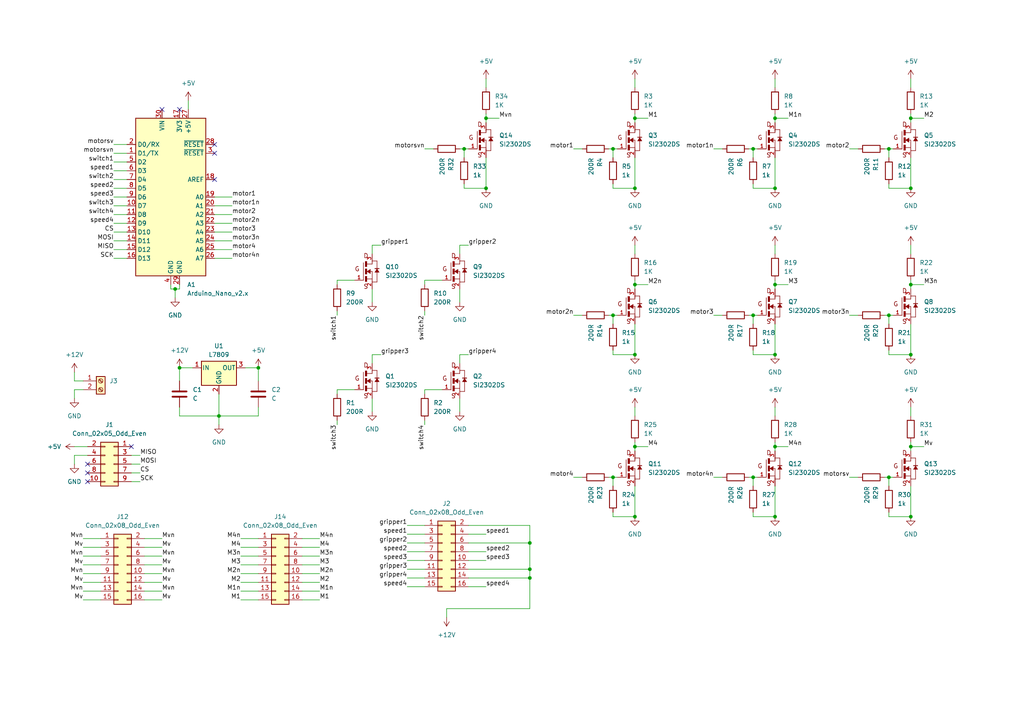
<source format=kicad_sch>
(kicad_sch (version 20230121) (generator eeschema)
  (paper "A4")
  (lib_symbols
    (symbol "Connector:Screw_Terminal_01x02" (pin_names (offset 1.016) hide)
      (property "Reference" "J" (at 0 2.54 0))
      (property "Value" "Screw_Terminal_01x02" (at 0 -5.08 0))
      (symbol "Screw_Terminal_01x02_1_1"
        (pin passive line (at -5.08 0 0) (length 3.81) (name "Pin_1") (number "1"))
        (pin passive line (at -5.08 -2.54 0) (length 3.81) (name "Pin_2") (number "2"))
      )
    )
    (symbol "Connector_Generic:Conn_02x05_Odd_Even" (pin_names (offset 1.016) hide)
      (property "Reference" "J" (at 1.27 7.62 0))
      (property "Value" "Conn_02x05_Odd_Even" (at 1.27 -7.62 0))
      (symbol "Conn_02x05_Odd_Even_1_1"
        (pin passive line (at -5.08 5.08 0) (length 3.81) (name "Pin_1") (number "1"))
        (pin passive line (at 7.62 -5.08 180) (length 3.81) (name "Pin_10") (number "10"))
        (pin passive line (at 7.62 5.08 180) (length 3.81) (name "Pin_2") (number "2"))
        (pin passive line (at -5.08 2.54 0) (length 3.81) (name "Pin_3") (number "3"))
        (pin passive line (at 7.62 2.54 180) (length 3.81) (name "Pin_4") (number "4"))
        (pin passive line (at -5.08 0 0) (length 3.81) (name "Pin_5") (number "5"))
        (pin passive line (at 7.62 0 180) (length 3.81) (name "Pin_6") (number "6"))
        (pin passive line (at -5.08 -2.54 0) (length 3.81) (name "Pin_7") (number "7"))
        (pin passive line (at 7.62 -2.54 180) (length 3.81) (name "Pin_8") (number "8"))
        (pin passive line (at -5.08 -5.08 0) (length 3.81) (name "Pin_9") (number "9"))
      )
    )
    (symbol "Connector_Generic:Conn_02x08_Odd_Even" (pin_names (offset 1.016) hide)
      (property "Reference" "J" (at 1.27 10.16 0))
      (property "Value" "Conn_02x08_Odd_Even" (at 1.27 -12.7 0))
      (symbol "Conn_02x08_Odd_Even_1_1"
        (pin passive line (at -5.08 7.62 0) (length 3.81) (name "Pin_1") (number "1"))
        (pin passive line (at 7.62 -2.54 180) (length 3.81) (name "Pin_10") (number "10"))
        (pin passive line (at -5.08 -5.08 0) (length 3.81) (name "Pin_11") (number "11"))
        (pin passive line (at 7.62 -5.08 180) (length 3.81) (name "Pin_12") (number "12"))
        (pin passive line (at -5.08 -7.62 0) (length 3.81) (name "Pin_13") (number "13"))
        (pin passive line (at 7.62 -7.62 180) (length 3.81) (name "Pin_14") (number "14"))
        (pin passive line (at -5.08 -10.16 0) (length 3.81) (name "Pin_15") (number "15"))
        (pin passive line (at 7.62 -10.16 180) (length 3.81) (name "Pin_16") (number "16"))
        (pin passive line (at 7.62 7.62 180) (length 3.81) (name "Pin_2") (number "2"))
        (pin passive line (at -5.08 5.08 0) (length 3.81) (name "Pin_3") (number "3"))
        (pin passive line (at 7.62 5.08 180) (length 3.81) (name "Pin_4") (number "4"))
        (pin passive line (at -5.08 2.54 0) (length 3.81) (name "Pin_5") (number "5"))
        (pin passive line (at 7.62 2.54 180) (length 3.81) (name "Pin_6") (number "6"))
        (pin passive line (at -5.08 0 0) (length 3.81) (name "Pin_7") (number "7"))
        (pin passive line (at 7.62 0 180) (length 3.81) (name "Pin_8") (number "8"))
        (pin passive line (at -5.08 -2.54 0) (length 3.81) (name "Pin_9") (number "9"))
      )
    )
    (symbol "Device:C" (pin_numbers hide) (pin_names (offset 0.254))
      (property "Reference" "C" (at 0.635 2.54 0))
      (property "Value" "C" (at 0.635 -2.54 0))
      (symbol "C_1_1"
        (pin passive line (at 0 3.81 270) (length 2.794) (name "~") (number "1"))
        (pin passive line (at 0 -3.81 90) (length 2.794) (name "~") (number "2"))
      )
    )
    (symbol "Device:R" (pin_numbers hide) (pin_names (offset 0))
      (property "Reference" "R" (at 2.032 0 90))
      (property "Value" "R" (at 0 0 90))
      (symbol "R_1_1"
        (pin passive line (at 0 3.81 270) (length 1.27) (name "~") (number "1"))
        (pin passive line (at 0 -3.81 90) (length 1.27) (name "~") (number "2"))
      )
    )
    (symbol "MCU_Module:Arduino_Nano_v2.x"
      (property "Reference" "A" (at -10.16 23.495 0))
      (property "Value" "Arduino_Nano_v2.x" (at 5.08 -24.13 0))
      (symbol "Arduino_Nano_v2.x_1_1"
        (pin bidirectional line (at -12.7 12.7 0) (length 2.54) (name "D1/TX") (number "1"))
        (pin bidirectional line (at -12.7 -2.54 0) (length 2.54) (name "D7") (number "10"))
        (pin bidirectional line (at -12.7 -5.08 0) (length 2.54) (name "D8") (number "11"))
        (pin bidirectional line (at -12.7 -7.62 0) (length 2.54) (name "D9") (number "12"))
        (pin bidirectional line (at -12.7 -10.16 0) (length 2.54) (name "D10") (number "13"))
        (pin bidirectional line (at -12.7 -12.7 0) (length 2.54) (name "D11") (number "14"))
        (pin bidirectional line (at -12.7 -15.24 0) (length 2.54) (name "D12") (number "15"))
        (pin bidirectional line (at -12.7 -17.78 0) (length 2.54) (name "D13") (number "16"))
        (pin power_out line (at 2.54 25.4 270) (length 2.54) (name "3V3") (number "17"))
        (pin input line (at 12.7 5.08 180) (length 2.54) (name "AREF") (number "18"))
        (pin bidirectional line (at 12.7 0 180) (length 2.54) (name "A0") (number "19"))
        (pin bidirectional line (at -12.7 15.24 0) (length 2.54) (name "D0/RX") (number "2"))
        (pin bidirectional line (at 12.7 -2.54 180) (length 2.54) (name "A1") (number "20"))
        (pin bidirectional line (at 12.7 -5.08 180) (length 2.54) (name "A2") (number "21"))
        (pin bidirectional line (at 12.7 -7.62 180) (length 2.54) (name "A3") (number "22"))
        (pin bidirectional line (at 12.7 -10.16 180) (length 2.54) (name "A4") (number "23"))
        (pin bidirectional line (at 12.7 -12.7 180) (length 2.54) (name "A5") (number "24"))
        (pin bidirectional line (at 12.7 -15.24 180) (length 2.54) (name "A6") (number "25"))
        (pin bidirectional line (at 12.7 -17.78 180) (length 2.54) (name "A7") (number "26"))
        (pin power_out line (at 5.08 25.4 270) (length 2.54) (name "+5V") (number "27"))
        (pin input line (at 12.7 15.24 180) (length 2.54) (name "~{RESET}") (number "28"))
        (pin power_in line (at 2.54 -25.4 90) (length 2.54) (name "GND") (number "29"))
        (pin input line (at 12.7 12.7 180) (length 2.54) (name "~{RESET}") (number "3"))
        (pin power_in line (at -2.54 25.4 270) (length 2.54) (name "VIN") (number "30"))
        (pin power_in line (at 0 -25.4 90) (length 2.54) (name "GND") (number "4"))
        (pin bidirectional line (at -12.7 10.16 0) (length 2.54) (name "D2") (number "5"))
        (pin bidirectional line (at -12.7 7.62 0) (length 2.54) (name "D3") (number "6"))
        (pin bidirectional line (at -12.7 5.08 0) (length 2.54) (name "D4") (number "7"))
        (pin bidirectional line (at -12.7 2.54 0) (length 2.54) (name "D5") (number "8"))
        (pin bidirectional line (at -12.7 0 0) (length 2.54) (name "D6") (number "9"))
      )
    )
    (symbol "Regulator_Linear:L7809" (pin_names (offset 0.254))
      (property "Reference" "U" (at -3.81 3.175 0))
      (property "Value" "L7809" (at 0 3.175 0))
      (symbol "L7809_1_1"
        (pin power_in line (at -7.62 0 0) (length 2.54) (name "IN") (number "1"))
        (pin power_in line (at 0 -7.62 90) (length 2.54) (name "GND") (number "2"))
        (pin power_out line (at 7.62 0 180) (length 2.54) (name "OUT") (number "3"))
      )
    )
    (symbol "SI2302DS:SI2302DS" (pin_names (offset 1.016))
      (property "Reference" "Q" (at 2.5448 2.5448 0))
      (property "Value" "SI2302DS" (at 2.5436 0 0))
      (symbol "SI2302DS_0_0"
        (text "D" (at -2.5442 3.8163 0) (effects (font (size 1.2721 1.2721)) (justify left bottom)))
        (text "G" (at -5.0907 0 0) (effects (font (size 1.2727 1.2727)) (justify left bottom)))
        (text "S" (at -2.5451 -5.0902 0) (effects (font (size 1.2726 1.2726)) (justify left bottom)))
        (pin passive line (at -5.08 -2.54 0) (length 2.54) (name "~") (number "1"))
        (pin passive line (at 0 -5.08 90) (length 2.54) (name "~") (number "2"))
        (pin passive line (at 0 5.08 270) (length 2.54) (name "~") (number "3"))
      )
    )
    (symbol "power:+12V" (power) (pin_names (offset 0))
      (property "Value" "+12V" (at 0 3.556 0))
      (symbol "+12V_1_1"
        (pin power_in line (at 0 0 90) (length 0) hide (name "+12V") (number "1"))
      )
    )
    (symbol "power:+5V" (power) (pin_names (offset 0))
      (property "Value" "+5V" (at 0 3.556 0))
      (symbol "+5V_1_1"
        (pin power_in line (at 0 0 90) (length 0) hide (name "+5V") (number "1"))
      )
    )
    (symbol "power:GND" (power) (pin_names (offset 0))
      (property "Value" "GND" (at 0 -3.81 0))
      (symbol "GND_1_1"
        (pin power_in line (at 0 0 270) (length 0) hide (name "GND") (number "1"))
      )
    )
  )
  (junction (at 184.15 149.86))
  (junction (at 140.97 54.61))
  (junction (at 184.15 102.87))
  (junction (at 63.5 120.65))
  (junction (at 224.79 82.55))
  (junction (at 257.81 91.44))
  (junction (at 153.67 157.48))
  (junction (at 52.07 106.68))
  (junction (at 257.81 43.18))
  (junction (at 153.67 167.64))
  (junction (at 218.44 91.44))
  (junction (at 184.15 34.29))
  (junction (at 224.79 149.86))
  (junction (at 134.62 43.18))
  (junction (at 264.16 149.86))
  (junction (at 218.44 138.43))
  (junction (at 177.8 138.43))
  (junction (at 264.16 102.87))
  (junction (at 184.15 54.61))
  (junction (at 50.8 83.82))
  (junction (at 257.81 138.43))
  (junction (at 177.8 91.44))
  (junction (at 264.16 54.61))
  (junction (at 224.79 129.54))
  (junction (at 177.8 43.18))
  (junction (at 224.79 54.61))
  (junction (at 218.44 43.18))
  (junction (at 224.79 102.87))
  (junction (at 140.97 34.29))
  (junction (at 264.16 129.54))
  (junction (at 224.79 34.29))
  (junction (at 153.67 165.1))
  (junction (at 74.93 106.68))
  (junction (at 184.15 82.55))
  (junction (at 264.16 34.29))
  (junction (at 184.15 129.54))
  (junction (at 264.16 82.55))
  (no_connect (at 25.4 134.62))
  (no_connect (at 62.23 41.91))
  (no_connect (at 25.4 137.16))
  (no_connect (at 46.99 31.75))
  (no_connect (at 62.23 52.07))
  (no_connect (at 38.1 129.54))
  (no_connect (at 52.07 31.75))
  (no_connect (at 62.23 44.45))
  (no_connect (at 25.4 139.7))
  (wire (pts (xy 129.54 176.53) (xy 129.54 179.07)))
  (wire (pts (xy 74.93 163.83) (xy 69.85 163.83)))
  (wire (pts (xy 224.79 22.86) (xy 224.79 25.4)))
  (wire (pts (xy 33.02 67.31) (xy 36.83 67.31)))
  (wire (pts (xy 140.97 33.02) (xy 140.97 34.29)))
  (wire (pts (xy 118.11 162.56) (xy 123.19 162.56)))
  (wire (pts (xy 62.23 57.15) (xy 67.31 57.15)))
  (wire (pts (xy 107.95 102.87) (xy 110.49 102.87)))
  (wire (pts (xy 74.93 168.91) (xy 69.85 168.91)))
  (wire (pts (xy 177.8 43.18) (xy 179.07 43.18)))
  (wire (pts (xy 224.79 140.97) (xy 224.79 149.86)))
  (wire (pts (xy 184.15 34.29) (xy 184.15 35.56)))
  (wire (pts (xy 52.07 110.49) (xy 52.07 106.68)))
  (wire (pts (xy 153.67 152.4) (xy 135.89 152.4)))
  (wire (pts (xy 74.93 161.29) (xy 69.85 161.29)))
  (wire (pts (xy 264.16 34.29) (xy 264.16 35.56)))
  (wire (pts (xy 140.97 45.72) (xy 140.97 54.61)))
  (wire (pts (xy 264.16 128.27) (xy 264.16 129.54)))
  (wire (pts (xy 52.07 120.65) (xy 63.5 120.65)))
  (wire (pts (xy 176.53 138.43) (xy 177.8 138.43)))
  (wire (pts (xy 41.91 171.45) (xy 46.99 171.45)))
  (wire (pts (xy 29.21 168.91) (xy 24.13 168.91)))
  (wire (pts (xy 133.35 102.87) (xy 135.89 102.87)))
  (wire (pts (xy 41.91 156.21) (xy 46.99 156.21)))
  (wire (pts (xy 153.67 165.1) (xy 135.89 165.1)))
  (wire (pts (xy 153.67 167.64) (xy 135.89 167.64)))
  (wire (pts (xy 63.5 114.3) (xy 63.5 120.65)))
  (wire (pts (xy 21.59 110.49) (xy 24.13 110.49)))
  (wire (pts (xy 62.23 64.77) (xy 67.31 64.77)))
  (wire (pts (xy 21.59 129.54) (xy 25.4 129.54)))
  (wire (pts (xy 256.54 43.18) (xy 257.81 43.18)))
  (wire (pts (xy 133.35 73.66) (xy 133.35 71.12)))
  (wire (pts (xy 33.02 64.77) (xy 36.83 64.77)))
  (wire (pts (xy 118.11 157.48) (xy 123.19 157.48)))
  (wire (pts (xy 62.23 69.85) (xy 67.31 69.85)))
  (wire (pts (xy 168.91 43.18) (xy 166.37 43.18)))
  (wire (pts (xy 33.02 74.93) (xy 36.83 74.93)))
  (wire (pts (xy 140.97 34.29) (xy 140.97 35.56)))
  (wire (pts (xy 62.23 59.69) (xy 67.31 59.69)))
  (wire (pts (xy 41.91 173.99) (xy 46.99 173.99)))
  (wire (pts (xy 140.97 22.86) (xy 140.97 25.4)))
  (wire (pts (xy 264.16 82.55) (xy 264.16 83.82)))
  (wire (pts (xy 209.55 138.43) (xy 207.01 138.43)))
  (wire (pts (xy 257.81 91.44) (xy 257.81 93.98)))
  (wire (pts (xy 177.8 138.43) (xy 177.8 140.97)))
  (wire (pts (xy 218.44 138.43) (xy 218.44 140.97)))
  (wire (pts (xy 264.16 22.86) (xy 264.16 25.4)))
  (wire (pts (xy 217.17 138.43) (xy 218.44 138.43)))
  (wire (pts (xy 257.81 149.86) (xy 264.16 149.86)))
  (wire (pts (xy 87.63 161.29) (xy 92.71 161.29)))
  (wire (pts (xy 264.16 81.28) (xy 264.16 82.55)))
  (wire (pts (xy 74.93 120.65) (xy 74.93 118.11)))
  (wire (pts (xy 224.79 82.55) (xy 224.79 83.82)))
  (wire (pts (xy 49.53 83.82) (xy 50.8 83.82)))
  (wire (pts (xy 153.67 157.48) (xy 135.89 157.48)))
  (wire (pts (xy 133.35 71.12) (xy 135.89 71.12)))
  (wire (pts (xy 248.92 43.18) (xy 246.38 43.18)))
  (wire (pts (xy 177.8 53.34) (xy 177.8 54.61)))
  (wire (pts (xy 21.59 132.08) (xy 25.4 132.08)))
  (wire (pts (xy 153.67 167.64) (xy 153.67 165.1)))
  (wire (pts (xy 264.16 34.29) (xy 267.97 34.29)))
  (wire (pts (xy 218.44 101.6) (xy 218.44 102.87)))
  (wire (pts (xy 97.79 113.03) (xy 102.87 113.03)))
  (wire (pts (xy 257.81 43.18) (xy 257.81 45.72)))
  (wire (pts (xy 33.02 54.61) (xy 36.83 54.61)))
  (wire (pts (xy 224.79 118.11) (xy 224.79 120.65)))
  (wire (pts (xy 33.02 57.15) (xy 36.83 57.15)))
  (wire (pts (xy 264.16 45.72) (xy 264.16 54.61)))
  (wire (pts (xy 21.59 134.62) (xy 21.59 132.08)))
  (wire (pts (xy 184.15 71.12) (xy 184.15 73.66)))
  (wire (pts (xy 218.44 148.59) (xy 218.44 149.86)))
  (wire (pts (xy 224.79 34.29) (xy 224.79 35.56)))
  (wire (pts (xy 134.62 54.61) (xy 140.97 54.61)))
  (wire (pts (xy 123.19 167.64) (xy 118.11 167.64)))
  (wire (pts (xy 264.16 82.55) (xy 267.97 82.55)))
  (wire (pts (xy 62.23 74.93) (xy 67.31 74.93)))
  (wire (pts (xy 264.16 140.97) (xy 264.16 149.86)))
  (wire (pts (xy 264.16 33.02) (xy 264.16 34.29)))
  (wire (pts (xy 52.07 106.68) (xy 55.88 106.68)))
  (wire (pts (xy 184.15 34.29) (xy 187.96 34.29)))
  (wire (pts (xy 177.8 148.59) (xy 177.8 149.86)))
  (wire (pts (xy 177.8 101.6) (xy 177.8 102.87)))
  (wire (pts (xy 97.79 114.3) (xy 97.79 113.03)))
  (wire (pts (xy 218.44 102.87) (xy 224.79 102.87)))
  (wire (pts (xy 218.44 91.44) (xy 218.44 93.98)))
  (wire (pts (xy 224.79 45.72) (xy 224.79 54.61)))
  (wire (pts (xy 33.02 41.91) (xy 36.83 41.91)))
  (wire (pts (xy 123.19 82.55) (xy 123.19 81.28)))
  (wire (pts (xy 218.44 91.44) (xy 219.71 91.44)))
  (wire (pts (xy 133.35 83.82) (xy 133.35 87.63)))
  (wire (pts (xy 71.12 106.68) (xy 74.93 106.68)))
  (wire (pts (xy 218.44 54.61) (xy 224.79 54.61)))
  (wire (pts (xy 140.97 162.56) (xy 135.89 162.56)))
  (wire (pts (xy 176.53 43.18) (xy 177.8 43.18)))
  (wire (pts (xy 118.11 154.94) (xy 123.19 154.94)))
  (wire (pts (xy 123.19 90.17) (xy 123.19 91.44)))
  (wire (pts (xy 140.97 170.18) (xy 135.89 170.18)))
  (wire (pts (xy 264.16 129.54) (xy 264.16 130.81)))
  (wire (pts (xy 118.11 170.18) (xy 123.19 170.18)))
  (wire (pts (xy 123.19 81.28) (xy 128.27 81.28)))
  (wire (pts (xy 209.55 91.44) (xy 207.01 91.44)))
  (wire (pts (xy 62.23 62.23) (xy 67.31 62.23)))
  (wire (pts (xy 62.23 67.31) (xy 67.31 67.31)))
  (wire (pts (xy 153.67 157.48) (xy 153.67 152.4)))
  (wire (pts (xy 184.15 33.02) (xy 184.15 34.29)))
  (wire (pts (xy 184.15 22.86) (xy 184.15 25.4)))
  (wire (pts (xy 41.91 163.83) (xy 46.99 163.83)))
  (wire (pts (xy 257.81 138.43) (xy 259.08 138.43)))
  (wire (pts (xy 118.11 160.02) (xy 123.19 160.02)))
  (wire (pts (xy 218.44 149.86) (xy 224.79 149.86)))
  (wire (pts (xy 184.15 140.97) (xy 184.15 149.86)))
  (wire (pts (xy 123.19 113.03) (xy 128.27 113.03)))
  (wire (pts (xy 33.02 44.45) (xy 36.83 44.45)))
  (wire (pts (xy 87.63 171.45) (xy 92.71 171.45)))
  (wire (pts (xy 87.63 168.91) (xy 92.71 168.91)))
  (wire (pts (xy 41.91 168.91) (xy 46.99 168.91)))
  (wire (pts (xy 256.54 138.43) (xy 257.81 138.43)))
  (wire (pts (xy 248.92 91.44) (xy 246.38 91.44)))
  (wire (pts (xy 63.5 120.65) (xy 63.5 123.19)))
  (wire (pts (xy 52.07 83.82) (xy 52.07 82.55)))
  (wire (pts (xy 33.02 59.69) (xy 36.83 59.69)))
  (wire (pts (xy 33.02 62.23) (xy 36.83 62.23)))
  (wire (pts (xy 33.02 72.39) (xy 36.83 72.39)))
  (wire (pts (xy 123.19 121.92) (xy 123.19 123.19)))
  (wire (pts (xy 87.63 158.75) (xy 92.71 158.75)))
  (wire (pts (xy 33.02 49.53) (xy 36.83 49.53)))
  (wire (pts (xy 133.35 105.41) (xy 133.35 102.87)))
  (wire (pts (xy 74.93 158.75) (xy 69.85 158.75)))
  (wire (pts (xy 134.62 43.18) (xy 134.62 45.72)))
  (wire (pts (xy 50.8 83.82) (xy 52.07 83.82)))
  (wire (pts (xy 224.79 129.54) (xy 228.6 129.54)))
  (wire (pts (xy 107.95 73.66) (xy 107.95 71.12)))
  (wire (pts (xy 257.81 148.59) (xy 257.81 149.86)))
  (wire (pts (xy 184.15 93.98) (xy 184.15 102.87)))
  (wire (pts (xy 54.61 29.21) (xy 54.61 31.75)))
  (wire (pts (xy 29.21 158.75) (xy 24.13 158.75)))
  (wire (pts (xy 257.81 43.18) (xy 259.08 43.18)))
  (wire (pts (xy 257.81 54.61) (xy 264.16 54.61)))
  (wire (pts (xy 21.59 107.95) (xy 21.59 110.49)))
  (wire (pts (xy 107.95 83.82) (xy 107.95 87.63)))
  (wire (pts (xy 74.93 173.99) (xy 69.85 173.99)))
  (wire (pts (xy 177.8 91.44) (xy 177.8 93.98)))
  (wire (pts (xy 133.35 115.57) (xy 133.35 119.38)))
  (wire (pts (xy 176.53 91.44) (xy 177.8 91.44)))
  (wire (pts (xy 29.21 163.83) (xy 24.13 163.83)))
  (wire (pts (xy 107.95 71.12) (xy 110.49 71.12)))
  (wire (pts (xy 264.16 118.11) (xy 264.16 120.65)))
  (wire (pts (xy 177.8 43.18) (xy 177.8 45.72)))
  (wire (pts (xy 168.91 138.43) (xy 166.37 138.43)))
  (wire (pts (xy 134.62 53.34) (xy 134.62 54.61)))
  (wire (pts (xy 218.44 53.34) (xy 218.44 54.61)))
  (wire (pts (xy 209.55 43.18) (xy 207.01 43.18)))
  (wire (pts (xy 52.07 118.11) (xy 52.07 120.65)))
  (wire (pts (xy 140.97 154.94) (xy 135.89 154.94)))
  (wire (pts (xy 41.91 161.29) (xy 46.99 161.29)))
  (wire (pts (xy 224.79 128.27) (xy 224.79 129.54)))
  (wire (pts (xy 140.97 34.29) (xy 144.78 34.29)))
  (wire (pts (xy 184.15 82.55) (xy 184.15 83.82)))
  (wire (pts (xy 224.79 33.02) (xy 224.79 34.29)))
  (wire (pts (xy 264.16 129.54) (xy 267.97 129.54)))
  (wire (pts (xy 21.59 115.57) (xy 21.59 113.03)))
  (wire (pts (xy 184.15 82.55) (xy 187.96 82.55)))
  (wire (pts (xy 41.91 166.37) (xy 46.99 166.37)))
  (wire (pts (xy 177.8 102.87) (xy 184.15 102.87)))
  (wire (pts (xy 97.79 90.17) (xy 97.79 91.44)))
  (wire (pts (xy 33.02 46.99) (xy 36.83 46.99)))
  (wire (pts (xy 87.63 173.99) (xy 92.71 173.99)))
  (wire (pts (xy 29.21 173.99) (xy 24.13 173.99)))
  (wire (pts (xy 224.79 81.28) (xy 224.79 82.55)))
  (wire (pts (xy 123.19 114.3) (xy 123.19 113.03)))
  (wire (pts (xy 218.44 138.43) (xy 219.71 138.43)))
  (wire (pts (xy 29.21 161.29) (xy 24.13 161.29)))
  (wire (pts (xy 257.81 138.43) (xy 257.81 140.97)))
  (wire (pts (xy 33.02 69.85) (xy 36.83 69.85)))
  (wire (pts (xy 74.93 106.68) (xy 74.93 110.49)))
  (wire (pts (xy 184.15 81.28) (xy 184.15 82.55)))
  (wire (pts (xy 62.23 72.39) (xy 67.31 72.39)))
  (wire (pts (xy 256.54 91.44) (xy 257.81 91.44)))
  (wire (pts (xy 107.95 105.41) (xy 107.95 102.87)))
  (wire (pts (xy 257.81 102.87) (xy 264.16 102.87)))
  (wire (pts (xy 38.1 132.08) (xy 40.64 132.08)))
  (wire (pts (xy 184.15 128.27) (xy 184.15 129.54)))
  (wire (pts (xy 38.1 139.7) (xy 40.64 139.7)))
  (wire (pts (xy 74.93 166.37) (xy 69.85 166.37)))
  (wire (pts (xy 218.44 43.18) (xy 218.44 45.72)))
  (wire (pts (xy 97.79 82.55) (xy 97.79 81.28)))
  (wire (pts (xy 97.79 81.28) (xy 102.87 81.28)))
  (wire (pts (xy 29.21 166.37) (xy 24.13 166.37)))
  (wire (pts (xy 257.81 91.44) (xy 259.08 91.44)))
  (wire (pts (xy 257.81 101.6) (xy 257.81 102.87)))
  (wire (pts (xy 87.63 156.21) (xy 92.71 156.21)))
  (wire (pts (xy 177.8 91.44) (xy 179.07 91.44)))
  (wire (pts (xy 184.15 129.54) (xy 187.96 129.54)))
  (wire (pts (xy 50.8 83.82) (xy 50.8 86.36)))
  (wire (pts (xy 153.67 165.1) (xy 153.67 157.48)))
  (wire (pts (xy 224.79 71.12) (xy 224.79 73.66)))
  (wire (pts (xy 217.17 43.18) (xy 218.44 43.18)))
  (wire (pts (xy 257.81 53.34) (xy 257.81 54.61)))
  (wire (pts (xy 123.19 165.1) (xy 118.11 165.1)))
  (wire (pts (xy 224.79 129.54) (xy 224.79 130.81)))
  (wire (pts (xy 153.67 176.53) (xy 153.67 167.64)))
  (wire (pts (xy 29.21 171.45) (xy 24.13 171.45)))
  (wire (pts (xy 21.59 113.03) (xy 24.13 113.03)))
  (wire (pts (xy 224.79 93.98) (xy 224.79 102.87)))
  (wire (pts (xy 177.8 54.61) (xy 184.15 54.61)))
  (wire (pts (xy 63.5 120.65) (xy 74.93 120.65)))
  (wire (pts (xy 29.21 156.21) (xy 24.13 156.21)))
  (wire (pts (xy 74.93 171.45) (xy 69.85 171.45)))
  (wire (pts (xy 107.95 115.57) (xy 107.95 119.38)))
  (wire (pts (xy 74.93 156.21) (xy 69.85 156.21)))
  (wire (pts (xy 184.15 129.54) (xy 184.15 130.81)))
  (wire (pts (xy 184.15 118.11) (xy 184.15 120.65)))
  (wire (pts (xy 134.62 43.18) (xy 135.89 43.18)))
  (wire (pts (xy 264.16 71.12) (xy 264.16 73.66)))
  (wire (pts (xy 153.67 176.53) (xy 129.54 176.53)))
  (wire (pts (xy 177.8 138.43) (xy 179.07 138.43)))
  (wire (pts (xy 38.1 134.62) (xy 40.64 134.62)))
  (wire (pts (xy 264.16 93.98) (xy 264.16 102.87)))
  (wire (pts (xy 218.44 43.18) (xy 219.71 43.18)))
  (wire (pts (xy 49.53 82.55) (xy 49.53 83.82)))
  (wire (pts (xy 38.1 137.16) (xy 40.64 137.16)))
  (wire (pts (xy 248.92 138.43) (xy 246.38 138.43)))
  (wire (pts (xy 133.35 43.18) (xy 134.62 43.18)))
  (wire (pts (xy 87.63 163.83) (xy 92.71 163.83)))
  (wire (pts (xy 177.8 149.86) (xy 184.15 149.86)))
  (wire (pts (xy 118.11 152.4) (xy 123.19 152.4)))
  (wire (pts (xy 184.15 45.72) (xy 184.15 54.61)))
  (wire (pts (xy 87.63 166.37) (xy 92.71 166.37)))
  (wire (pts (xy 125.73 43.18) (xy 123.19 43.18)))
  (wire (pts (xy 41.91 158.75) (xy 46.99 158.75)))
  (wire (pts (xy 224.79 34.29) (xy 228.6 34.29)))
  (wire (pts (xy 140.97 160.02) (xy 135.89 160.02)))
  (wire (pts (xy 97.79 121.92) (xy 97.79 123.19)))
  (wire (pts (xy 217.17 91.44) (xy 218.44 91.44)))
  (wire (pts (xy 33.02 52.07) (xy 36.83 52.07)))
  (wire (pts (xy 168.91 91.44) (xy 166.37 91.44)))
  (wire (pts (xy 224.79 82.55) (xy 228.6 82.55)))
  (label "M3" (at 92.71 163.83 0))
  (label "Mv" (at 24.13 158.75 180))
  (label "speed4" (at 118.11 170.18 180))
  (label "speed3" (at 118.11 162.56 180))
  (label "motorsvn" (at 33.02 44.45 180))
  (label "M2n" (at 92.71 166.37 0))
  (label "CS" (at 33.02 67.31 180))
  (label "switch3" (at 33.02 59.69 180))
  (label "motor3n" (at 67.31 69.85 0))
  (label "gripper2" (at 135.89 71.12 0))
  (label "speed1" (at 140.97 154.94 0))
  (label "motor3n" (at 246.38 91.44 180))
  (label "motor4n" (at 207.01 138.43 180))
  (label "speed2" (at 33.02 54.61 180))
  (label "Mvn" (at 144.78 34.29 0))
  (label "switch3" (at 97.79 123.19 270))
  (label "MISO" (at 40.64 132.08 0))
  (label "switch2" (at 123.19 91.44 270))
  (label "M4" (at 187.96 129.54 0))
  (label "M4n" (at 69.85 156.21 180))
  (label "motorsvn" (at 123.19 43.18 180))
  (label "M2" (at 267.97 34.29 0))
  (label "Mvn" (at 46.99 171.45 0))
  (label "Mvn" (at 46.99 161.29 0))
  (label "M4" (at 92.71 158.75 0))
  (label "motor1" (at 166.37 43.18 180))
  (label "gripper3" (at 110.49 102.87 0))
  (label "motor2" (at 246.38 43.18 180))
  (label "switch2" (at 33.02 52.07 180))
  (label "motor4" (at 67.31 72.39 0))
  (label "Mv" (at 24.13 163.83 180))
  (label "Mvn" (at 24.13 161.29 180))
  (label "M1n" (at 69.85 171.45 180))
  (label "motorsv" (at 33.02 41.91 180))
  (label "speed2" (at 118.11 160.02 180))
  (label "MOSI" (at 33.02 69.85 180))
  (label "speed4" (at 33.02 64.77 180))
  (label "switch1" (at 33.02 46.99 180))
  (label "gripper4" (at 135.89 102.87 0))
  (label "gripper3" (at 118.11 165.1 180))
  (label "M3" (at 228.6 82.55 0))
  (label "gripper4" (at 118.11 167.64 180))
  (label "Mvn" (at 46.99 156.21 0))
  (label "M2n" (at 187.96 82.55 0))
  (label "motor2n" (at 166.37 91.44 180))
  (label "switch4" (at 123.19 123.19 270))
  (label "Mvn" (at 24.13 156.21 180))
  (label "SCK" (at 40.64 139.7 0))
  (label "M3" (at 69.85 163.83 180))
  (label "motor2n" (at 67.31 64.77 0))
  (label "gripper2" (at 118.11 157.48 180))
  (label "M1" (at 69.85 173.99 180))
  (label "Mv" (at 46.99 158.75 0))
  (label "M4" (at 69.85 158.75 180))
  (label "motor4n" (at 67.31 74.93 0))
  (label "motor4" (at 166.37 138.43 180))
  (label "M4n" (at 228.6 129.54 0))
  (label "speed2" (at 140.97 160.02 0))
  (label "speed1" (at 33.02 49.53 180))
  (label "Mvn" (at 46.99 166.37 0))
  (label "Mv" (at 46.99 168.91 0))
  (label "gripper1" (at 118.11 152.4 180))
  (label "M3n" (at 69.85 161.29 180))
  (label "switch1" (at 97.79 91.44 270))
  (label "M1" (at 92.71 173.99 0))
  (label "M1n" (at 228.6 34.29 0))
  (label "speed4" (at 140.97 170.18 0))
  (label "motor3" (at 67.31 67.31 0))
  (label "switch4" (at 33.02 62.23 180))
  (label "motorsv" (at 246.38 138.43 180))
  (label "Mv" (at 24.13 168.91 180))
  (label "motor3" (at 207.01 91.44 180))
  (label "Mvn" (at 24.13 166.37 180))
  (label "SCK" (at 33.02 74.93 180))
  (label "M2n" (at 69.85 166.37 180))
  (label "Mv" (at 24.13 173.99 180))
  (label "gripper1" (at 110.49 71.12 0))
  (label "motor1" (at 67.31 57.15 0))
  (label "M2" (at 69.85 168.91 180))
  (label "MISO" (at 33.02 72.39 180))
  (label "CS" (at 40.64 137.16 0))
  (label "motor2" (at 67.31 62.23 0))
  (label "speed3" (at 33.02 57.15 180))
  (label "motor1n" (at 67.31 59.69 0))
  (label "M3n" (at 267.97 82.55 0))
  (label "M3n" (at 92.71 161.29 0))
  (label "Mvn" (at 24.13 171.45 180))
  (label "motor1n" (at 207.01 43.18 180))
  (label "M4n" (at 92.71 156.21 0))
  (label "Mv" (at 46.99 163.83 0))
  (label "Mv" (at 46.99 173.99 0))
  (label "M2" (at 92.71 168.91 0))
  (label "speed1" (at 118.11 154.94 180))
  (label "M1" (at 187.96 34.29 0))
  (label "MOSI" (at 40.64 134.62 0))
  (label "speed3" (at 140.97 162.56 0))
  (label "M1n" (at 92.71 171.45 0))
  (label "Mv" (at 267.97 129.54 0))
  (symbol (lib_id "Device:R") (at 140.97 29.21 0) (unit 1)
    (property "Reference" "R34" (at 143.51 27.94 0) (effects (justify left)))
    (property "Value" "1K" (at 143.51 30.48 0) (effects (justify left)))
    (property "Footprint" "Resistor_SMD:R_0805_2012Metric" (effects hide))
  )
  (symbol (lib_id "power:+5V") (at 184.15 71.12 0) (unit 1)
    (property "Reference" "#PWR09" (effects hide))
    (property "Value" "+5V" (at 184.15 66.04 0))
  )
  (symbol (lib_id "Device:R") (at 224.79 29.21 0) (unit 1)
    (property "Reference" "R8" (at 227.33 27.94 0) (effects (justify left)))
    (property "Value" "1K" (at 227.33 30.48 0) (effects (justify left)))
    (property "Footprint" "Resistor_SMD:R_0805_2012Metric" (effects hide))
  )
  (symbol (lib_id "Device:R") (at 134.62 49.53 0) (unit 1)
    (property "Reference" "R33" (at 137.16 48.26 0) (effects (justify left)))
    (property "Value" "1k" (at 137.16 50.8 0) (effects (justify left)))
    (property "Footprint" "Resistor_SMD:R_0805_2012Metric" (effects hide))
  )
  (symbol (lib_id "Device:R") (at 218.44 97.79 0) (unit 1)
    (property "Reference" "R18" (at 220.98 96.52 0) (effects (justify left)))
    (property "Value" "1k" (at 220.98 99.06 0) (effects (justify left)))
    (property "Footprint" "Resistor_SMD:R_0805_2012Metric" (effects hide))
  )
  (symbol (lib_id "Device:R") (at 264.16 29.21 0) (unit 1)
    (property "Reference" "R13" (at 266.7 27.94 0) (effects (justify left)))
    (property "Value" "1K" (at 266.7 30.48 0) (effects (justify left)))
    (property "Footprint" "Resistor_SMD:R_0805_2012Metric" (effects hide))
  )
  (symbol (lib_id "Device:R") (at 224.79 124.46 0) (unit 1)
    (property "Reference" "R28" (at 227.33 123.19 0) (effects (justify left)))
    (property "Value" "1K" (at 227.33 125.73 0) (effects (justify left)))
    (property "Footprint" "Resistor_SMD:R_0805_2012Metric" (effects hide))
  )
  (symbol (lib_id "power:+5V") (at 184.15 22.86 0) (unit 1)
    (property "Reference" "#PWR03" (effects hide))
    (property "Value" "+5V" (at 184.15 17.78 0))
  )
  (symbol (lib_id "Device:R") (at 184.15 124.46 0) (unit 1)
    (property "Reference" "R25" (at 186.69 123.19 0) (effects (justify left)))
    (property "Value" "1K" (at 186.69 125.73 0) (effects (justify left)))
    (property "Footprint" "Resistor_SMD:R_0805_2012Metric" (effects hide))
  )
  (symbol (lib_id "power:+12V") (at 129.54 179.07 0) (mirror x) (unit 1)
    (property "Reference" "#PWR043" (effects hide))
    (property "Value" "+12V" (at 129.54 184.15 0))
  )
  (symbol (lib_id "Device:R") (at 177.8 144.78 0) (unit 1)
    (property "Reference" "R24" (at 180.34 143.51 0) (effects (justify left)))
    (property "Value" "1k" (at 180.34 146.05 0) (effects (justify left)))
    (property "Footprint" "Resistor_SMD:R_0805_2012Metric" (effects hide))
  )
  (symbol (lib_id "power:GND") (at 107.95 87.63 0) (unit 1)
    (property "Reference" "#PWR046" (effects hide))
    (property "Value" "GND" (at 107.95 92.71 0))
  )
  (symbol (lib_id "power:+5V") (at 21.59 129.54 90) (unit 1)
    (property "Reference" "#PWR019" (effects hide))
    (property "Value" "+5V" (at 17.78 129.54 90) (effects (justify left)))
  )
  (symbol (lib_id "power:+5V") (at 224.79 71.12 0) (unit 1)
    (property "Reference" "#PWR011" (effects hide))
    (property "Value" "+5V" (at 224.79 66.04 0))
  )
  (symbol (lib_id "Device:R") (at 213.36 43.18 270) (unit 1)
    (property "Reference" "R6" (at 214.63 45.72 0) (effects (justify left)))
    (property "Value" "200R" (at 212.09 45.72 0) (effects (justify left)))
    (property "Footprint" "Resistor_SMD:R_0805_2012Metric" (effects hide))
  )
  (symbol (lib_id "Device:R") (at 177.8 97.79 0) (unit 1)
    (property "Reference" "R15" (at 180.34 96.52 0) (effects (justify left)))
    (property "Value" "1k" (at 180.34 99.06 0) (effects (justify left)))
    (property "Footprint" "Resistor_SMD:R_0805_2012Metric" (effects hide))
  )
  (symbol (lib_id "SI2302DS:SI2302DS") (at 107.95 110.49 0) (unit 1)
    (property "Reference" "Q1" (at 111.76 109.1311 0) (effects (justify left)))
    (property "Value" "SI2302DS" (at 111.76 111.6711 0) (effects (justify left)))
    (property "Footprint" "SI2302DS:SOT23-3_TO-236AB" (effects hide))
    (property "MF" "Vishay" (effects hide))
    (property "Description" "\nSMALL SIGNAL FIELD-EFFECT TRANSI\n" (effects hide))
    (property "Package" "None" (effects hide))
    (property "Price" "None" (effects hide))
    (property "SnapEDA_Link" "https://www.snapeda.com/parts/SI2302DS/Vishay/view-part/?ref=snap" (effects hide))
    (property "MP" "SI2302DS" (effects hide))
    (property "Availability" "In Stock" (effects hide))
    (property "Check_prices" "https://www.snapeda.com/parts/SI2302DS/Vishay/view-part/?ref=eda" (effects hide))
  )
  (symbol (lib_id "Regulator_Linear:L7809") (at 63.5 106.68 0) (unit 1)
    (property "Reference" "U1" (at 63.5 100.33 0))
    (property "Value" "L7809" (at 63.5 102.87 0))
    (property "Footprint" "FQP30N06L:TO220V" (effects hide))
    (property "Datasheet" "http://www.st.com/content/ccc/resource/technical/document/datasheet/41/4f/b3/b0/12/d4/47/88/CD00000444.pdf/files/CD00000444.pdf/jcr:content/translations/en.CD00000444.pdf" (effects hide))
  )
  (symbol (lib_id "power:+12V") (at 52.07 106.68 0) (unit 1)
    (property "Reference" "#PWR022" (effects hide))
    (property "Value" "+12V" (at 52.07 101.6 0))
  )
  (symbol (lib_id "Device:R") (at 97.79 86.36 0) (unit 1)
    (property "Reference" "R9" (at 100.33 85.09 0) (effects (justify left)))
    (property "Value" "200R" (at 100.33 87.63 0) (effects (justify left)))
    (property "Footprint" "Resistor_SMD:R_0805_2012Metric" (effects hide))
  )
  (symbol (lib_id "power:GND") (at 140.97 54.61 0) (unit 1)
    (property "Reference" "#PWR030" (effects hide))
    (property "Value" "GND" (at 140.97 59.69 0))
  )
  (symbol (lib_id "power:GND") (at 21.59 115.57 0) (unit 1)
    (property "Reference" "#PWR024" (effects hide))
    (property "Value" "GND" (at 21.59 120.65 0))
  )
  (symbol (lib_id "SI2302DS:SI2302DS") (at 133.35 110.49 0) (unit 1)
    (property "Reference" "Q2" (at 137.16 109.1311 0) (effects (justify left)))
    (property "Value" "SI2302DS" (at 137.16 111.6711 0) (effects (justify left)))
    (property "Footprint" "SI2302DS:SOT23-3_TO-236AB" (effects hide))
    (property "MF" "Vishay" (effects hide))
    (property "Description" "\nSMALL SIGNAL FIELD-EFFECT TRANSI\n" (effects hide))
    (property "Package" "None" (effects hide))
    (property "Price" "None" (effects hide))
    (property "SnapEDA_Link" "https://www.snapeda.com/parts/SI2302DS/Vishay/view-part/?ref=snap" (effects hide))
    (property "MP" "SI2302DS" (effects hide))
    (property "Availability" "In Stock" (effects hide))
    (property "Check_prices" "https://www.snapeda.com/parts/SI2302DS/Vishay/view-part/?ref=eda" (effects hide))
  )
  (symbol (lib_id "Connector_Generic:Conn_02x08_Odd_Even") (at 34.29 163.83 0) (unit 1)
    (property "Reference" "J12" (at 35.56 149.86 0))
    (property "Value" "Conn_02x08_Odd_Even" (at 35.56 152.4 0))
    (property "Footprint" "Connector_PinSocket_2.54mm:PinSocket_2x08_P2.54mm_Vertical" (effects hide))
  )
  (symbol (lib_id "power:GND") (at 184.15 54.61 0) (unit 1)
    (property "Reference" "#PWR04" (effects hide))
    (property "Value" "GND" (at 184.15 59.69 0))
  )
  (symbol (lib_id "Device:R") (at 224.79 77.47 0) (unit 1)
    (property "Reference" "R19" (at 227.33 76.2 0) (effects (justify left)))
    (property "Value" "1K" (at 227.33 78.74 0) (effects (justify left)))
    (property "Footprint" "Resistor_SMD:R_0805_2012Metric" (effects hide))
  )
  (symbol (lib_id "Device:R") (at 213.36 138.43 270) (unit 1)
    (property "Reference" "R26" (at 214.63 140.97 0) (effects (justify left)))
    (property "Value" "200R" (at 212.09 140.97 0) (effects (justify left)))
    (property "Footprint" "Resistor_SMD:R_0805_2012Metric" (effects hide))
  )
  (symbol (lib_id "SI2302DS:SI2302DS") (at 133.35 78.74 0) (unit 1)
    (property "Reference" "Q9" (at 137.16 77.3811 0) (effects (justify left)))
    (property "Value" "SI2302DS" (at 137.16 79.9211 0) (effects (justify left)))
    (property "Footprint" "SI2302DS:SOT23-3_TO-236AB" (effects hide))
    (property "MF" "Vishay" (effects hide))
    (property "Description" "\nSMALL SIGNAL FIELD-EFFECT TRANSI\n" (effects hide))
    (property "Package" "None" (effects hide))
    (property "Price" "None" (effects hide))
    (property "SnapEDA_Link" "https://www.snapeda.com/parts/SI2302DS/Vishay/view-part/?ref=snap" (effects hide))
    (property "MP" "SI2302DS" (effects hide))
    (property "Availability" "In Stock" (effects hide))
    (property "Check_prices" "https://www.snapeda.com/parts/SI2302DS/Vishay/view-part/?ref=eda" (effects hide))
  )
  (symbol (lib_id "power:GND") (at 264.16 54.61 0) (unit 1)
    (property "Reference" "#PWR08" (effects hide))
    (property "Value" "GND" (at 264.16 59.69 0))
  )
  (symbol (lib_id "power:GND") (at 133.35 119.38 0) (unit 1)
    (property "Reference" "#PWR02" (effects hide))
    (property "Value" "GND" (at 133.35 124.46 0))
  )
  (symbol (lib_id "SI2302DS:SI2302DS") (at 184.15 88.9 0) (unit 1)
    (property "Reference" "Q6" (at 187.96 87.5411 0) (effects (justify left)))
    (property "Value" "SI2302DS" (at 187.96 90.0811 0) (effects (justify left)))
    (property "Footprint" "SI2302DS:SOT23-3_TO-236AB" (effects hide))
    (property "MF" "Vishay" (effects hide))
    (property "Description" "\nSMALL SIGNAL FIELD-EFFECT TRANSI\n" (effects hide))
    (property "Package" "None" (effects hide))
    (property "Price" "None" (effects hide))
    (property "SnapEDA_Link" "https://www.snapeda.com/parts/SI2302DS/Vishay/view-part/?ref=snap" (effects hide))
    (property "MP" "SI2302DS" (effects hide))
    (property "Availability" "In Stock" (effects hide))
    (property "Check_prices" "https://www.snapeda.com/parts/SI2302DS/Vishay/view-part/?ref=eda" (effects hide))
  )
  (symbol (lib_id "power:+5V") (at 264.16 118.11 0) (unit 1)
    (property "Reference" "#PWR027" (effects hide))
    (property "Value" "+5V" (at 264.16 113.03 0))
  )
  (symbol (lib_id "Device:C") (at 52.07 114.3 0) (unit 1)
    (property "Reference" "C1" (at 55.88 113.03 0) (effects (justify left)))
    (property "Value" "C" (at 55.88 115.57 0) (effects (justify left)))
    (property "Footprint" "Capacitor_THT:C_Disc_D4.3mm_W1.9mm_P5.00mm" (effects hide))
  )
  (symbol (lib_id "Device:R") (at 177.8 49.53 0) (unit 1)
    (property "Reference" "R5" (at 180.34 48.26 0) (effects (justify left)))
    (property "Value" "1k" (at 180.34 50.8 0) (effects (justify left)))
    (property "Footprint" "Resistor_SMD:R_0805_2012Metric" (effects hide))
  )
  (symbol (lib_id "Device:R") (at 257.81 49.53 0) (unit 1)
    (property "Reference" "R12" (at 260.35 48.26 0) (effects (justify left)))
    (property "Value" "1k" (at 260.35 50.8 0) (effects (justify left)))
    (property "Footprint" "Resistor_SMD:R_0805_2012Metric" (effects hide))
  )
  (symbol (lib_id "SI2302DS:SI2302DS") (at 184.15 40.64 0) (unit 1)
    (property "Reference" "Q3" (at 187.96 39.2811 0) (effects (justify left)))
    (property "Value" "SI2302DS" (at 187.96 41.8211 0) (effects (justify left)))
    (property "Footprint" "SI2302DS:SOT23-3_TO-236AB" (effects hide))
    (property "MF" "Vishay" (effects hide))
    (property "Description" "\nSMALL SIGNAL FIELD-EFFECT TRANSI\n" (effects hide))
    (property "Package" "None" (effects hide))
    (property "Price" "None" (effects hide))
    (property "SnapEDA_Link" "https://www.snapeda.com/parts/SI2302DS/Vishay/view-part/?ref=snap" (effects hide))
    (property "MP" "SI2302DS" (effects hide))
    (property "Availability" "In Stock" (effects hide))
    (property "Check_prices" "https://www.snapeda.com/parts/SI2302DS/Vishay/view-part/?ref=eda" (effects hide))
  )
  (symbol (lib_id "Device:R") (at 172.72 91.44 270) (unit 1)
    (property "Reference" "R14" (at 173.99 93.98 0) (effects (justify left)))
    (property "Value" "200R" (at 171.45 93.98 0) (effects (justify left)))
    (property "Footprint" "Resistor_SMD:R_0805_2012Metric" (effects hide))
  )
  (symbol (lib_id "power:GND") (at 264.16 149.86 0) (unit 1)
    (property "Reference" "#PWR028" (effects hide))
    (property "Value" "GND" (at 264.16 154.94 0))
  )
  (symbol (lib_id "power:GND") (at 224.79 149.86 0) (unit 1)
    (property "Reference" "#PWR026" (effects hide))
    (property "Value" "GND" (at 224.79 154.94 0))
  )
  (symbol (lib_id "Device:R") (at 218.44 144.78 0) (unit 1)
    (property "Reference" "R27" (at 220.98 143.51 0) (effects (justify left)))
    (property "Value" "1k" (at 220.98 146.05 0) (effects (justify left)))
    (property "Footprint" "Resistor_SMD:R_0805_2012Metric" (effects hide))
  )
  (symbol (lib_id "SI2302DS:SI2302DS") (at 264.16 40.64 0) (unit 1)
    (property "Reference" "Q5" (at 267.97 39.2811 0) (effects (justify left)))
    (property "Value" "SI2302DS" (at 267.97 41.8211 0) (effects (justify left)))
    (property "Footprint" "SI2302DS:SOT23-3_TO-236AB" (effects hide))
    (property "MF" "Vishay" (effects hide))
    (property "Description" "\nSMALL SIGNAL FIELD-EFFECT TRANSI\n" (effects hide))
    (property "Package" "None" (effects hide))
    (property "Price" "None" (effects hide))
    (property "SnapEDA_Link" "https://www.snapeda.com/parts/SI2302DS/Vishay/view-part/?ref=snap" (effects hide))
    (property "MP" "SI2302DS" (effects hide))
    (property "Availability" "In Stock" (effects hide))
    (property "Check_prices" "https://www.snapeda.com/parts/SI2302DS/Vishay/view-part/?ref=eda" (effects hide))
  )
  (symbol (lib_id "Device:R") (at 213.36 91.44 270) (unit 1)
    (property "Reference" "R17" (at 214.63 93.98 0) (effects (justify left)))
    (property "Value" "200R" (at 212.09 93.98 0) (effects (justify left)))
    (property "Footprint" "Resistor_SMD:R_0805_2012Metric" (effects hide))
  )
  (symbol (lib_id "power:+12V") (at 21.59 107.95 0) (unit 1)
    (property "Reference" "#PWR023" (effects hide))
    (property "Value" "+12V" (at 21.59 102.87 0))
  )
  (symbol (lib_id "Device:R") (at 252.73 91.44 270) (unit 1)
    (property "Reference" "R20" (at 254 93.98 0) (effects (justify left)))
    (property "Value" "200R" (at 251.46 93.98 0) (effects (justify left)))
    (property "Footprint" "Resistor_SMD:R_0805_2012Metric" (effects hide))
  )
  (symbol (lib_id "power:+5V") (at 264.16 71.12 0) (unit 1)
    (property "Reference" "#PWR013" (effects hide))
    (property "Value" "+5V" (at 264.16 66.04 0))
  )
  (symbol (lib_id "power:+5V") (at 140.97 22.86 0) (unit 1)
    (property "Reference" "#PWR029" (effects hide))
    (property "Value" "+5V" (at 140.97 17.78 0))
  )
  (symbol (lib_id "Connector:Screw_Terminal_01x02") (at 29.21 110.49 0) (unit 1)
    (property "Reference" "J3" (at 31.75 110.49 0) (effects (justify left)))
    (property "Value" "Screw_Terminal_01x02" (effects hide))
    (property "Footprint" "TerminalBlock:TerminalBlock_bornier-2_P5.08mm" (effects hide))
  )
  (symbol (lib_id "power:GND") (at 63.5 123.19 0) (unit 1)
    (property "Reference" "#PWR021" (effects hide))
    (property "Value" "GND" (at 63.5 128.27 0))
  )
  (symbol (lib_id "SI2302DS:SI2302DS") (at 224.79 135.89 0) (unit 1)
    (property "Reference" "Q12" (at 228.6 134.5311 0) (effects (justify left)))
    (property "Value" "SI2302DS" (at 228.6 137.0711 0) (effects (justify left)))
    (property "Footprint" "SI2302DS:SOT23-3_TO-236AB" (effects hide))
    (property "MF" "Vishay" (effects hide))
    (property "Description" "\nSMALL SIGNAL FIELD-EFFECT TRANSI\n" (effects hide))
    (property "Package" "None" (effects hide))
    (property "Price" "None" (effects hide))
    (property "SnapEDA_Link" "https://www.snapeda.com/parts/SI2302DS/Vishay/view-part/?ref=snap" (effects hide))
    (property "MP" "SI2302DS" (effects hide))
    (property "Availability" "In Stock" (effects hide))
    (property "Check_prices" "https://www.snapeda.com/parts/SI2302DS/Vishay/view-part/?ref=eda" (effects hide))
  )
  (symbol (lib_id "power:GND") (at 21.59 134.62 0) (unit 1)
    (property "Reference" "#PWR020" (effects hide))
    (property "Value" "GND" (at 21.59 139.7 0))
  )
  (symbol (lib_id "power:GND") (at 184.15 149.86 0) (unit 1)
    (property "Reference" "#PWR016" (effects hide))
    (property "Value" "GND" (at 184.15 154.94 0))
  )
  (symbol (lib_id "SI2302DS:SI2302DS") (at 264.16 88.9 0) (unit 1)
    (property "Reference" "Q8" (at 267.97 87.5411 0) (effects (justify left)))
    (property "Value" "SI2302DS" (at 267.97 90.0811 0) (effects (justify left)))
    (property "Footprint" "SI2302DS:SOT23-3_TO-236AB" (effects hide))
    (property "MF" "Vishay" (effects hide))
    (property "Description" "\nSMALL SIGNAL FIELD-EFFECT TRANSI\n" (effects hide))
    (property "Package" "None" (effects hide))
    (property "Price" "None" (effects hide))
    (property "SnapEDA_Link" "https://www.snapeda.com/parts/SI2302DS/Vishay/view-part/?ref=snap" (effects hide))
    (property "MP" "SI2302DS" (effects hide))
    (property "Availability" "In Stock" (effects hide))
    (property "Check_prices" "https://www.snapeda.com/parts/SI2302DS/Vishay/view-part/?ref=eda" (effects hide))
  )
  (symbol (lib_id "power:+5V") (at 74.93 106.68 0) (unit 1)
    (property "Reference" "#PWR041" (effects hide))
    (property "Value" "+5V" (at 74.93 101.6 0))
  )
  (symbol (lib_id "Device:R") (at 184.15 77.47 0) (unit 1)
    (property "Reference" "R16" (at 186.69 76.2 0) (effects (justify left)))
    (property "Value" "1K" (at 186.69 78.74 0) (effects (justify left)))
    (property "Footprint" "Resistor_SMD:R_0805_2012Metric" (effects hide))
  )
  (symbol (lib_id "SI2302DS:SI2302DS") (at 224.79 40.64 0) (unit 1)
    (property "Reference" "Q4" (at 228.6 39.2811 0) (effects (justify left)))
    (property "Value" "SI2302DS" (at 228.6 41.8211 0) (effects (justify left)))
    (property "Footprint" "SI2302DS:SOT23-3_TO-236AB" (effects hide))
    (property "MF" "Vishay" (effects hide))
    (property "Description" "\nSMALL SIGNAL FIELD-EFFECT TRANSI\n" (effects hide))
    (property "Package" "None" (effects hide))
    (property "Price" "None" (effects hide))
    (property "SnapEDA_Link" "https://www.snapeda.com/parts/SI2302DS/Vishay/view-part/?ref=snap" (effects hide))
    (property "MP" "SI2302DS" (effects hide))
    (property "Availability" "In Stock" (effects hide))
    (property "Check_prices" "https://www.snapeda.com/parts/SI2302DS/Vishay/view-part/?ref=eda" (effects hide))
  )
  (symbol (lib_id "Connector_Generic:Conn_02x05_Odd_Even") (at 33.02 134.62 0) (mirror y) (unit 1)
    (property "Reference" "J1" (at 31.75 123.19 0))
    (property "Value" "Conn_02x05_Odd_Even" (at 31.75 125.73 0))
    (property "Footprint" "Connector_PinSocket_2.54mm:PinSocket_2x05_P2.54mm_Vertical" (effects hide))
  )
  (symbol (lib_id "Device:R") (at 123.19 86.36 0) (unit 1)
    (property "Reference" "R10" (at 125.73 85.09 0) (effects (justify left)))
    (property "Value" "200R" (at 125.73 87.63 0) (effects (justify left)))
    (property "Footprint" "Resistor_SMD:R_0805_2012Metric" (effects hide))
  )
  (symbol (lib_id "Device:R") (at 97.79 118.11 0) (unit 1)
    (property "Reference" "R1" (at 100.33 116.84 0) (effects (justify left)))
    (property "Value" "200R" (at 100.33 119.38 0) (effects (justify left)))
    (property "Footprint" "Resistor_SMD:R_0805_2012Metric" (effects hide))
  )
  (symbol (lib_id "Device:R") (at 252.73 138.43 270) (unit 1)
    (property "Reference" "R29" (at 254 140.97 0) (effects (justify left)))
    (property "Value" "200R" (at 251.46 140.97 0) (effects (justify left)))
    (property "Footprint" "Resistor_SMD:R_0805_2012Metric" (effects hide))
  )
  (symbol (lib_id "Device:R") (at 184.15 29.21 0) (unit 1)
    (property "Reference" "R3" (at 186.69 27.94 0) (effects (justify left)))
    (property "Value" "1K" (at 186.69 30.48 0) (effects (justify left)))
    (property "Footprint" "Resistor_SMD:R_0805_2012Metric" (effects hide))
  )
  (symbol (lib_id "power:+5V") (at 184.15 118.11 0) (unit 1)
    (property "Reference" "#PWR015" (effects hide))
    (property "Value" "+5V" (at 184.15 113.03 0))
  )
  (symbol (lib_id "SI2302DS:SI2302DS") (at 140.97 40.64 0) (unit 1)
    (property "Reference" "Q14" (at 144.78 39.2811 0) (effects (justify left)))
    (property "Value" "SI2302DS" (at 144.78 41.8211 0) (effects (justify left)))
    (property "Footprint" "SI2302DS:SOT23-3_TO-236AB" (effects hide))
    (property "MF" "Vishay" (effects hide))
    (property "Description" "\nSMALL SIGNAL FIELD-EFFECT TRANSI\n" (effects hide))
    (property "Package" "None" (effects hide))
    (property "Price" "None" (effects hide))
    (property "SnapEDA_Link" "https://www.snapeda.com/parts/SI2302DS/Vishay/view-part/?ref=snap" (effects hide))
    (property "MP" "SI2302DS" (effects hide))
    (property "Availability" "In Stock" (effects hide))
    (property "Check_prices" "https://www.snapeda.com/parts/SI2302DS/Vishay/view-part/?ref=eda" (effects hide))
  )
  (symbol (lib_id "Device:R") (at 264.16 77.47 0) (unit 1)
    (property "Reference" "R22" (at 266.7 76.2 0) (effects (justify left)))
    (property "Value" "1K" (at 266.7 78.74 0) (effects (justify left)))
    (property "Footprint" "Resistor_SMD:R_0805_2012Metric" (effects hide))
  )
  (symbol (lib_id "power:GND") (at 224.79 102.87 0) (unit 1)
    (property "Reference" "#PWR012" (effects hide))
    (property "Value" "GND" (at 224.79 107.95 0))
  )
  (symbol (lib_id "power:GND") (at 50.8 86.36 0) (unit 1)
    (property "Reference" "#PWR017" (effects hide))
    (property "Value" "GND" (at 50.8 91.44 0))
  )
  (symbol (lib_id "power:GND") (at 184.15 102.87 0) (unit 1)
    (property "Reference" "#PWR010" (effects hide))
    (property "Value" "GND" (at 184.15 107.95 0))
  )
  (symbol (lib_id "power:GND") (at 107.95 119.38 0) (unit 1)
    (property "Reference" "#PWR01" (effects hide))
    (property "Value" "GND" (at 107.95 124.46 0))
  )
  (symbol (lib_id "Device:C") (at 74.93 114.3 0) (unit 1)
    (property "Reference" "C2" (at 78.74 113.03 0) (effects (justify left)))
    (property "Value" "C" (at 78.74 115.57 0) (effects (justify left)))
    (property "Footprint" "Capacitor_THT:C_Disc_D4.3mm_W1.9mm_P5.00mm" (effects hide))
  )
  (symbol (lib_id "SI2302DS:SI2302DS") (at 264.16 135.89 0) (unit 1)
    (property "Reference" "Q13" (at 267.97 134.5311 0) (effects (justify left)))
    (property "Value" "SI2302DS" (at 267.97 137.0711 0) (effects (justify left)))
    (property "Footprint" "SI2302DS:SOT23-3_TO-236AB" (effects hide))
    (property "MF" "Vishay" (effects hide))
    (property "Description" "\nSMALL SIGNAL FIELD-EFFECT TRANSI\n" (effects hide))
    (property "Package" "None" (effects hide))
    (property "Price" "None" (effects hide))
    (property "SnapEDA_Link" "https://www.snapeda.com/parts/SI2302DS/Vishay/view-part/?ref=snap" (effects hide))
    (property "MP" "SI2302DS" (effects hide))
    (property "Availability" "In Stock" (effects hide))
    (property "Check_prices" "https://www.snapeda.com/parts/SI2302DS/Vishay/view-part/?ref=eda" (effects hide))
  )
  (symbol (lib_id "power:GND") (at 224.79 54.61 0) (unit 1)
    (property "Reference" "#PWR06" (effects hide))
    (property "Value" "GND" (at 224.79 59.69 0))
  )
  (symbol (lib_id "Device:R") (at 172.72 43.18 270) (unit 1)
    (property "Reference" "R4" (at 173.99 45.72 0) (effects (justify left)))
    (property "Value" "200R" (at 171.45 45.72 0) (effects (justify left)))
    (property "Footprint" "Resistor_SMD:R_0805_2012Metric" (effects hide))
  )
  (symbol (lib_id "Device:R") (at 264.16 124.46 0) (unit 1)
    (property "Reference" "R31" (at 266.7 123.19 0) (effects (justify left)))
    (property "Value" "1K" (at 266.7 125.73 0) (effects (justify left)))
    (property "Footprint" "Resistor_SMD:R_0805_2012Metric" (effects hide))
  )
  (symbol (lib_id "Device:R") (at 129.54 43.18 270) (unit 1)
    (property "Reference" "R32" (at 130.81 45.72 0) (effects (justify left)))
    (property "Value" "200R" (at 128.27 45.72 0) (effects (justify left)))
    (property "Footprint" "Resistor_SMD:R_0805_2012Metric" (effects hide))
  )
  (symbol (lib_id "Device:R") (at 123.19 118.11 0) (unit 1)
    (property "Reference" "R2" (at 125.73 116.84 0) (effects (justify left)))
    (property "Value" "200R" (at 125.73 119.38 0) (effects (justify left)))
    (property "Footprint" "Resistor_SMD:R_0805_2012Metric" (effects hide))
  )
  (symbol (lib_id "power:+5V") (at 264.16 22.86 0) (unit 1)
    (property "Reference" "#PWR07" (effects hide))
    (property "Value" "+5V" (at 264.16 17.78 0))
  )
  (symbol (lib_id "SI2302DS:SI2302DS") (at 224.79 88.9 0) (unit 1)
    (property "Reference" "Q7" (at 228.6 87.5411 0) (effects (justify left)))
    (property "Value" "SI2302DS" (at 228.6 90.0811 0) (effects (justify left)))
    (property "Footprint" "SI2302DS:SOT23-3_TO-236AB" (effects hide))
    (property "MF" "Vishay" (effects hide))
    (property "Description" "\nSMALL SIGNAL FIELD-EFFECT TRANSI\n" (effects hide))
    (property "Package" "None" (effects hide))
    (property "Price" "None" (effects hide))
    (property "SnapEDA_Link" "https://www.snapeda.com/parts/SI2302DS/Vishay/view-part/?ref=snap" (effects hide))
    (property "MP" "SI2302DS" (effects hide))
    (property "Availability" "In Stock" (effects hide))
    (property "Check_prices" "https://www.snapeda.com/parts/SI2302DS/Vishay/view-part/?ref=eda" (effects hide))
  )
  (symbol (lib_id "Device:R") (at 257.81 97.79 0) (unit 1)
    (property "Reference" "R21" (at 260.35 96.52 0) (effects (justify left)))
    (property "Value" "1k" (at 260.35 99.06 0) (effects (justify left)))
    (property "Footprint" "Resistor_SMD:R_0805_2012Metric" (effects hide))
  )
  (symbol (lib_id "power:+5V") (at 54.61 29.21 0) (unit 1)
    (property "Reference" "#PWR018" (effects hide))
    (property "Value" "+5V" (at 54.61 24.13 0))
  )
  (symbol (lib_id "power:GND") (at 264.16 102.87 0) (unit 1)
    (property "Reference" "#PWR014" (effects hide))
    (property "Value" "GND" (at 264.16 107.95 0))
  )
  (symbol (lib_id "Device:R") (at 172.72 138.43 270) (unit 1)
    (property "Reference" "R23" (at 173.99 140.97 0) (effects (justify left)))
    (property "Value" "200R" (at 171.45 140.97 0) (effects (justify left)))
    (property "Footprint" "Resistor_SMD:R_0805_2012Metric" (effects hide))
  )
  (symbol (lib_id "power:+5V") (at 224.79 22.86 0) (unit 1)
    (property "Reference" "#PWR05" (effects hide))
    (property "Value" "+5V" (at 224.79 17.78 0))
  )
  (symbol (lib_id "power:GND") (at 133.35 87.63 0) (unit 1)
    (property "Reference" "#PWR044" (effects hide))
    (property "Value" "GND" (at 133.35 92.71 0))
  )
  (symbol (lib_id "Device:R") (at 257.81 144.78 0) (unit 1)
    (property "Reference" "R30" (at 260.35 143.51 0) (effects (justify left)))
    (property "Value" "1k" (at 260.35 146.05 0) (effects (justify left)))
    (property "Footprint" "Resistor_SMD:R_0805_2012Metric" (effects hide))
  )
  (symbol (lib_id "SI2302DS:SI2302DS") (at 184.15 135.89 0) (unit 1)
    (property "Reference" "Q11" (at 187.96 134.5311 0) (effects (justify left)))
    (property "Value" "SI2302DS" (at 187.96 137.0711 0) (effects (justify left)))
    (property "Footprint" "SI2302DS:SOT23-3_TO-236AB" (effects hide))
    (property "MF" "Vishay" (effects hide))
    (property "Description" "\nSMALL SIGNAL FIELD-EFFECT TRANSI\n" (effects hide))
    (property "Package" "None" (effects hide))
    (property "Price" "None" (effects hide))
    (property "SnapEDA_Link" "https://www.snapeda.com/parts/SI2302DS/Vishay/view-part/?ref=snap" (effects hide))
    (property "MP" "SI2302DS" (effects hide))
    (property "Availability" "In Stock" (effects hide))
    (property "Check_prices" "https://www.snapeda.com/parts/SI2302DS/Vishay/view-part/?ref=eda" (effects hide))
  )
  (symbol (lib_id "Connector_Generic:Conn_02x08_Odd_Even") (at 128.27 160.02 0) (unit 1)
    (property "Reference" "J2" (at 129.54 146.05 0))
    (property "Value" "Conn_02x08_Odd_Even" (at 129.54 148.59 0))
    (property "Footprint" "Connector_PinSocket_2.54mm:PinSocket_2x08_P2.54mm_Vertical" (effects hide))
  )
  (symbol (lib_id "Connector_Generic:Conn_02x08_Odd_Even") (at 80.01 163.83 0) (unit 1)
    (property "Reference" "J14" (at 81.28 149.86 0))
    (property "Value" "Conn_02x08_Odd_Even" (at 81.28 152.4 0))
    (property "Footprint" "Connector_PinSocket_2.54mm:PinSocket_2x08_P2.54mm_Vertical" (effects hide))
  )
  (symbol (lib_id "power:+5V") (at 224.79 118.11 0) (unit 1)
    (property "Reference" "#PWR025" (effects hide))
    (property "Value" "+5V" (at 224.79 113.03 0))
  )
  (symbol (lib_id "SI2302DS:SI2302DS") (at 107.95 78.74 0) (unit 1)
    (property "Reference" "Q10" (at 111.76 77.3811 0) (effects (justify left)))
    (property "Value" "SI2302DS" (at 111.76 79.9211 0) (effects (justify left)))
    (property "Footprint" "SI2302DS:SOT23-3_TO-236AB" (effects hide))
    (property "MF" "Vishay" (effects hide))
    (property "Description" "\nSMALL SIGNAL FIELD-EFFECT TRANSI\n" (effects hide))
    (property "Package" "None" (effects hide))
    (property "Price" "None" (effects hide))
    (property "SnapEDA_Link" "https://www.snapeda.com/parts/SI2302DS/Vishay/view-part/?ref=snap" (effects hide))
    (property "MP" "SI2302DS" (effects hide))
    (property "Availability" "In Stock" (effects hide))
    (property "Check_prices" "https://www.snapeda.com/parts/SI2302DS/Vishay/view-part/?ref=eda" (effects hide))
  )
  (symbol (lib_id "Device:R") (at 252.73 43.18 270) (unit 1)
    (property "Reference" "R11" (at 254 45.72 0) (effects (justify left)))
    (property "Value" "200R" (at 251.46 45.72 0) (effects (justify left)))
    (property "Footprint" "Resistor_SMD:R_0805_2012Metric" (effects hide))
  )
  (symbol (lib_id "Device:R") (at 218.44 49.53 0) (unit 1)
    (property "Reference" "R7" (at 220.98 48.26 0) (effects (justify left)))
    (property "Value" "1k" (at 220.98 50.8 0) (effects (justify left)))
    (property "Footprint" "Resistor_SMD:R_0805_2012Metric" (effects hide))
  )
  (symbol (lib_id "MCU_Module:Arduino_Nano_v2.x") (at 49.53 57.15 0) (unit 1)
    (property "Reference" "A1" (at 54.2641 82.55 0) (effects (justify left)))
    (property "Value" "Arduino_Nano_v2.x" (at 54.2641 85.09 0) (effects (justify left)))
    (property "Footprint" "Module:Arduino_Nano" (effects hide))
    (property "Datasheet" "https://www.arduino.cc/en/uploads/Main/ArduinoNanoManual23.pdf" (effects hide))
  )
)
</source>
